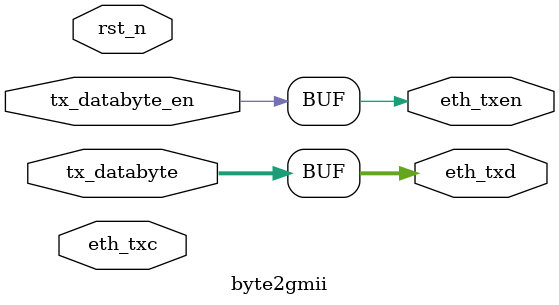
<source format=v>
module byte2gmii (
    input rst_n,
    input eth_txc,
    input [7:0]tx_databyte,
    input tx_databyte_en,

    output eth_txen,
    output [7:0]eth_txd
);
    assign eth_txen = tx_databyte_en;
    assign eth_txd = tx_databyte;
    
endmodule
</source>
